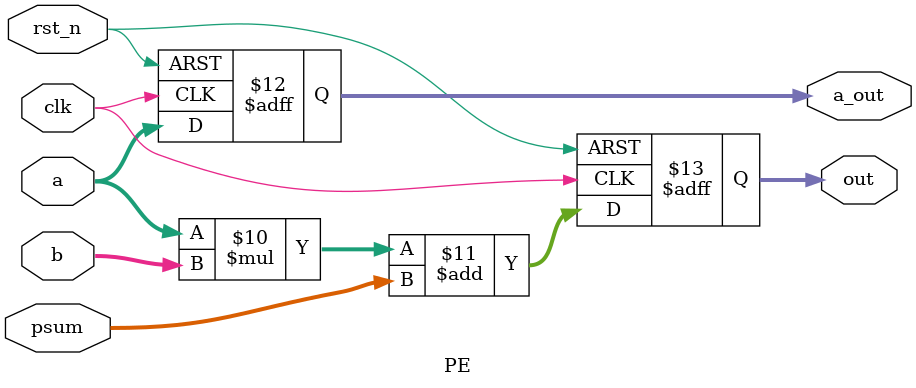
<source format=v>
module MMSA(
// input signals
    clk,
    rst_n,
    in_valid,
	in_valid2,
    matrix,
	matrix_size,
    i_mat_idx,
    w_mat_idx,
	
// output signals
    out_valid,
    out_value
);
//---------------------------------------------------------------------
//   INPUT AND OUTPUT DECLARATION
//---------------------------------------------------------------------
input        clk, rst_n, in_valid, in_valid2;
input 		 matrix;
input [1:0]  matrix_size;
input 		 i_mat_idx, w_mat_idx;

output reg   out_valid;//
output reg	 out_value;//
//---------------------------------------------------------------------
//   PARAMETER
//---------------------------------------------------------------------
reg  [2:0]  current_state, next_state;
parameter IDLE     = 3'd0 ;
parameter INPUT_M  = 3'd1 ;
parameter WAIT_IN2 = 3'd2 ;
parameter INPUT_I  = 3'd3 ;
parameter CAL      = 3'd4 ;
parameter STORE    = 3'd5 ;
parameter SHIFT    = 3'd6 ;
parameter OUTPUT   = 3'd7 ;
//---------------------------------------------------------------------
//   WIRE AND REG DECLARATION
//---------------------------------------------------------------------
reg [2:0] matrix_size_reg; 
reg [3:0] counter_column, counter_row, matrix_num;

reg [5:0] bit_counter;

reg [127:0] temp_a; // collect 1 row
reg [15:0]  temp_b; // collect 16 bit

reg [6:0] addr_control_i, addr_control_w;

reg [3:0] i_idx, w_idx;

reg  [15:0] ip_data [0:7][0:7];
reg  [15:0] w_data  [0:7][0:7];
wire [15:0] a_temp  [0:7][0:7];
wire [39:0] y_out   [0:7][0:7];

reg [39:0] bit_check;
// flow: 
// 1. summation of out_temp store in sum_buffer
// 2. check the sum_buffer length
// 3. shift the buffer than store in out_buffer
reg signed [39:0] out_temp[0:7] ;
reg  signed [39:0] sum_buffer;
reg  [599:0] out_buffer;
reg  [5:0]  out_length[0:14];

genvar i, j;
integer k;
//---------------------------------------------------------------------
//   SRAM CONTROL
//---------------------------------------------------------------------
reg  MEM_switch;      
reg MEM_wen_1, MEM_wen_3;
reg  [7:0] MEM_addr_1, MEM_addr_3;
reg  [127:0] MEM_in_1, MEM_in_3;
wire [127:0] MEM_out_1, MEM_out_3;

// store input matrix
RA1SH_128_128 SRAM_1(.Q(MEM_out_1), .CLK(clk), .CEN(1'b0), .WEN(MEM_wen_1), .A(MEM_addr_1), .D(MEM_in_1), .OEN(1'b0) );
// store weight matrix
RA1SH_128_128 SRAM_3(.Q(MEM_out_3), .CLK(clk), .CEN(1'b0), .WEN(MEM_wen_3), .A(MEM_addr_3), .D(MEM_in_3), .OEN(1'b0) );

// SRAM 1
always @(*) begin
    if(matrix_size_reg == 1) begin
        MEM_in_1 = {96'b0 , temp_a[127:96]} ;
    end 
    else if(matrix_size_reg == 3) begin
        MEM_in_1 = {64'b0 , temp_a[127:64]} ;
    end
    else begin
        MEM_in_1 = temp_a ;
    end
end

always @(posedge clk or negedge rst_n) begin
    if(!rst_n) 
        MEM_wen_1 <= 1;
    else if(current_state == INPUT_M && !MEM_switch)begin
        if(counter_column == matrix_size_reg && bit_counter == 15)
            MEM_wen_1 <= 0;
        else 
            MEM_wen_1 <= 1;
    end
    else 
        MEM_wen_1 <= 1;
end

always @(*) begin
    MEM_addr_1 = addr_control_i;
end

// SRAM 3
always @(*) begin
    if(matrix_size_reg == 1) begin
        MEM_in_3 = {96'b0 , temp_a[127:96]} ;
    end 
    else if(matrix_size_reg == 3) begin
        MEM_in_3 = {64'b0 , temp_a[127:64]} ;
    end
    else begin
        MEM_in_3 = temp_a ;
    end
end

always @(posedge clk or negedge rst_n) begin
    if(!rst_n) 
        MEM_wen_3 <= 1;
    else if(current_state == INPUT_M && MEM_switch)begin
        if(counter_column == matrix_size_reg && bit_counter == 15)
            MEM_wen_3 <= 0;
        else 
            MEM_wen_3 <= 1;
    end
    else 
        MEM_wen_3 <= 1;
end

always @(*) begin
    MEM_addr_3 = addr_control_w;
end

// MEM_switch
always @(posedge clk or negedge rst_n) begin
    if(!rst_n)
        MEM_switch <= 0;
    else if(current_state == INPUT_M)begin
        if(counter_row == 0 && counter_column == 0 && matrix_num == 0 && !MEM_wen_1)
            MEM_switch <= 1;
        else
            MEM_switch <= MEM_switch;
    end
    else if(next_state == IDLE)begin
        MEM_switch <= 0;
    end
end
//---------------------------------------------------------------------
//   PE CONTROL
//---------------------------------------------------------------------
generate
    // construct systolic array with 256 pe
    for(i=0; i<8; i=i+1)begin
        for(j=0; j<8; j=j+1)begin
            // first row and first column pe : x data from input,and psum is 0
            if(i == 0 && j== 0)begin
                PE pe1(.clk(clk), .rst_n(rst_n), .a(ip_data[i][0]), .b(w_data[i][j]), .psum(40'b0), .a_out(a_temp[i][j]), .out(y_out[i][j]));
            end
            // first row and first column pe : x data from left pe's a_out,and psum is 0
            else if(i == 0)begin
                PE pe2(.clk(clk), .rst_n(rst_n), .a(a_temp[i][j-1]), .b(w_data[i][j]), .psum(40'b0), .a_out(a_temp[i][j]), .out(y_out[i][j]));
            end 
            // first row and first column pe : x data from input,and psum is upper row pe's y_out
            else if(j == 0)begin
                PE pe2(.clk(clk), .rst_n(rst_n), .a(ip_data[i][0]), .b(w_data[i][j]), .psum(y_out[i-1][j]), .a_out(a_temp[i][j]), .out(y_out[i][j]));
            end
            // first row and first column pe : x data from left pe's a_out, and psum is upper row pe's y_out
            else begin
                PE pe3(.clk(clk), .rst_n(rst_n), .a(a_temp[i][j-1]), .b(w_data[i][j]), .psum(y_out[i-1][j]), .a_out(a_temp[i][j]), .out(y_out[i][j]));
            end           
        end
    end
endgenerate

// ip_data will make some delay when input it to PE(first column: no delay; second column: 1 delay; third column: 2 delay...)
// diagonal position : load data from sram to ip_data buffer
always @(posedge clk or negedge rst_n) begin
    if(!rst_n)begin
        for(k=0; k<8; k=k+1)begin
            ip_data[k][k] <= 0;
        end
    end
    else if(current_state == CAL && counter_column <= matrix_size_reg)begin
        ip_data[ 0][ 0] <= MEM_out_1[ 15:  0];
        ip_data[ 1][ 1] <= MEM_out_1[ 31: 16]; 
        ip_data[ 2][ 2] <= MEM_out_1[ 47: 32];
        ip_data[ 3][ 3] <= MEM_out_1[ 63: 48]; 
        ip_data[ 4][ 4] <= MEM_out_1[ 79: 64]; 
        ip_data[ 5][ 5] <= MEM_out_1[ 95: 80]; 
        ip_data[ 6][ 6] <= MEM_out_1[111: 96]; 
        ip_data[ 7][ 7] <= MEM_out_1[127:112]; 
    end 
    else begin
        for(k=0; k<8; k=k+1)begin
            ip_data[k][k] <= 0;
        end
    end
end

// other position : only do shift
generate
    for(i=1; i<8; i=i+1)begin
        for(j=i-1; j>=0; j=j-1)begin
            always @(posedge clk or negedge rst_n) begin
                if(!rst_n)begin
                    ip_data[i][j] <= 0;
                end
                else begin
                    ip_data[i][j] <= ip_data[i][j+1];
                end
            end     
        end
    end
endgenerate

// give weight
generate
    for(i=0; i<8; i=i+1)begin
        always @(posedge clk or negedge rst_n) begin
            if(!rst_n)begin
                for(k=0; k<8; k=k+1)begin
                    w_data[i][k] <= 0;
                end
            end
            else if(current_state == CAL && counter_column <= matrix_size_reg)begin
                if(i == counter_column)begin
                    w_data[i][ 0] <= MEM_out_3[ 15:  0];
                    w_data[i][ 1] <= MEM_out_3[ 31: 16];
                    w_data[i][ 2] <= MEM_out_3[ 47: 32];
                    w_data[i][ 3] <= MEM_out_3[ 63: 48];
                    w_data[i][ 4] <= MEM_out_3[ 79: 64];
                    w_data[i][ 5] <= MEM_out_3[ 95: 80];
                    w_data[i][ 6] <= MEM_out_3[111: 96];
                    w_data[i][ 7] <= MEM_out_3[127:112];
                end
            end
        end     
    end
endgenerate

// choose which y_out to output
always @(*) begin
    if(matrix_size_reg == 1)begin
        for(k=0; k<8; k=k+1)begin
            out_temp[k] = y_out[1][k];
        end
    end
    else if(matrix_size_reg == 3)begin
        for(k=0; k<8; k=k+1)begin
            out_temp[k] = y_out[3][k];
        end
    end
    else begin
        for(k=0; k<8; k=k+1)begin
            out_temp[k] = y_out[7][k];
        end
    end
end

always @(posedge clk or negedge rst_n) begin
    if(!rst_n)begin
        sum_buffer <= 0;
    end
    else if(current_state == STORE) begin
        sum_buffer <= out_temp[ 0] + out_temp[ 1] + out_temp[ 2] + out_temp[ 3] +
                      out_temp[ 4] + out_temp[ 5] + out_temp[ 6] + out_temp[ 7] ;
    end
end

always @(*) begin
    sum_buffer = out_temp[ 0] + out_temp[ 1] + out_temp[ 2] + out_temp[ 3] +
                 out_temp[ 4] + out_temp[ 5] + out_temp[ 6] + out_temp[ 7] ;
end

always @(*) begin
    for(k=39; k>=0; k=k-1)begin
        if(k==39)begin
            bit_check[k] = sum_buffer[k];
        end
        else begin
            bit_check[k] = bit_check[k+1] || sum_buffer[k];
        end
    end
end


generate   
    // out_buffer
    always @(posedge clk or negedge rst_n) begin
        if(!rst_n)begin
            out_buffer <= 0;
        end
        else if(current_state == STORE) begin
            case (bit_check)
                40'b1111_1111_1111_1111_1111_1111_1111_1111_1111_1111: out_buffer <= {sum_buffer[39:0], out_buffer[599:40]}; 
                40'b0111_1111_1111_1111_1111_1111_1111_1111_1111_1111: out_buffer <= {sum_buffer[38:0], out_buffer[599:39]}; 
                40'b0011_1111_1111_1111_1111_1111_1111_1111_1111_1111: out_buffer <= {sum_buffer[37:0], out_buffer[599:38]}; 
                40'b0001_1111_1111_1111_1111_1111_1111_1111_1111_1111: out_buffer <= {sum_buffer[36:0], out_buffer[599:37]}; 
                40'b0000_1111_1111_1111_1111_1111_1111_1111_1111_1111: out_buffer <= {sum_buffer[35:0], out_buffer[599:36]}; 
                40'b0000_0111_1111_1111_1111_1111_1111_1111_1111_1111: out_buffer <= {sum_buffer[34:0], out_buffer[599:35]}; 
                40'b0000_0011_1111_1111_1111_1111_1111_1111_1111_1111: out_buffer <= {sum_buffer[33:0], out_buffer[599:34]}; 
                40'b0000_0001_1111_1111_1111_1111_1111_1111_1111_1111: out_buffer <= {sum_buffer[32:0], out_buffer[599:33]}; 
                40'b0000_0000_1111_1111_1111_1111_1111_1111_1111_1111: out_buffer <= {sum_buffer[31:0], out_buffer[599:32]}; 
                40'b0000_0000_0111_1111_1111_1111_1111_1111_1111_1111: out_buffer <= {sum_buffer[30:0], out_buffer[599:31]}; 
                40'b0000_0000_0011_1111_1111_1111_1111_1111_1111_1111: out_buffer <= {sum_buffer[29:0], out_buffer[599:30]}; 
                40'b0000_0000_0001_1111_1111_1111_1111_1111_1111_1111: out_buffer <= {sum_buffer[28:0], out_buffer[599:29]}; 
                40'b0000_0000_0000_1111_1111_1111_1111_1111_1111_1111: out_buffer <= {sum_buffer[27:0], out_buffer[599:28]}; 
                40'b0000_0000_0000_0111_1111_1111_1111_1111_1111_1111: out_buffer <= {sum_buffer[26:0], out_buffer[599:27]}; 
                40'b0000_0000_0000_0011_1111_1111_1111_1111_1111_1111: out_buffer <= {sum_buffer[25:0], out_buffer[599:26]}; 
                40'b0000_0000_0000_0001_1111_1111_1111_1111_1111_1111: out_buffer <= {sum_buffer[24:0], out_buffer[599:25]}; 
                40'b0000_0000_0000_0000_1111_1111_1111_1111_1111_1111: out_buffer <= {sum_buffer[23:0], out_buffer[599:24]}; 
                40'b0000_0000_0000_0000_0111_1111_1111_1111_1111_1111: out_buffer <= {sum_buffer[22:0], out_buffer[599:23]}; 
                40'b0000_0000_0000_0000_0011_1111_1111_1111_1111_1111: out_buffer <= {sum_buffer[21:0], out_buffer[599:22]}; 
                40'b0000_0000_0000_0000_0001_1111_1111_1111_1111_1111: out_buffer <= {sum_buffer[20:0], out_buffer[599:21]}; 
                40'b0000_0000_0000_0000_0000_1111_1111_1111_1111_1111: out_buffer <= {sum_buffer[19:0], out_buffer[599:20]}; 
                40'b0000_0000_0000_0000_0000_0111_1111_1111_1111_1111: out_buffer <= {sum_buffer[18:0], out_buffer[599:19]}; 
                40'b0000_0000_0000_0000_0000_0011_1111_1111_1111_1111: out_buffer <= {sum_buffer[17:0], out_buffer[599:18]}; 
                40'b0000_0000_0000_0000_0000_0001_1111_1111_1111_1111: out_buffer <= {sum_buffer[16:0], out_buffer[599:17]}; 
                40'b0000_0000_0000_0000_0000_0000_1111_1111_1111_1111: out_buffer <= {sum_buffer[15:0], out_buffer[599:16]}; 
                40'b0000_0000_0000_0000_0000_0000_0111_1111_1111_1111: out_buffer <= {sum_buffer[14:0], out_buffer[599:15]}; 
                40'b0000_0000_0000_0000_0000_0000_0011_1111_1111_1111: out_buffer <= {sum_buffer[13:0], out_buffer[599:14]}; 
                40'b0000_0000_0000_0000_0000_0000_0001_1111_1111_1111: out_buffer <= {sum_buffer[12:0], out_buffer[599:13]}; 
                40'b0000_0000_0000_0000_0000_0000_0000_1111_1111_1111: out_buffer <= {sum_buffer[11:0], out_buffer[599:12]}; 
                40'b0000_0000_0000_0000_0000_0000_0000_0111_1111_1111: out_buffer <= {sum_buffer[10:0], out_buffer[599:11]}; 
                40'b0000_0000_0000_0000_0000_0000_0000_0011_1111_1111: out_buffer <= {sum_buffer[ 9:0], out_buffer[599:10]}; 
                40'b0000_0000_0000_0000_0000_0000_0000_0001_1111_1111: out_buffer <= {sum_buffer[ 8:0], out_buffer[599: 9]}; 
                40'b0000_0000_0000_0000_0000_0000_0000_0000_1111_1111: out_buffer <= {sum_buffer[ 7:0], out_buffer[599: 8]}; 
                40'b0000_0000_0000_0000_0000_0000_0000_0000_0111_1111: out_buffer <= {sum_buffer[ 6:0], out_buffer[599: 7]}; 
                40'b0000_0000_0000_0000_0000_0000_0000_0000_0011_1111: out_buffer <= {sum_buffer[ 5:0], out_buffer[599: 6]}; 
                40'b0000_0000_0000_0000_0000_0000_0000_0000_0001_1111: out_buffer <= {sum_buffer[ 4:0], out_buffer[599: 5]}; 
                40'b0000_0000_0000_0000_0000_0000_0000_0000_0000_1111: out_buffer <= {sum_buffer[ 3:0], out_buffer[599: 4]}; 
                40'b0000_0000_0000_0000_0000_0000_0000_0000_0000_0111: out_buffer <= {sum_buffer[ 2:0], out_buffer[599: 3]}; 
                40'b0000_0000_0000_0000_0000_0000_0000_0000_0000_0011: out_buffer <= {sum_buffer[ 1:0], out_buffer[599: 2]}; 
                default                                              : out_buffer <= {sum_buffer[   0], out_buffer[599: 1]};  
            endcase
        end
        else if(current_state == OUTPUT)begin
            if(bit_counter > 5)begin
                if (out_length[0] > 0)begin
                    out_buffer <= out_buffer << 1;
                end
            end  
        end
    end

    // store the answer first then do shift to find the length of number
    // position 0
    always @(posedge clk or negedge rst_n) begin
        if(!rst_n)begin
            out_length[0] <= 0;
        end
        else if(current_state == STORE) begin
            case (bit_check)
                40'b1111_1111_1111_1111_1111_1111_1111_1111_1111_1111: out_length[0] <= 6'd40; 
                40'b0111_1111_1111_1111_1111_1111_1111_1111_1111_1111: out_length[0] <= 6'd39; 
                40'b0011_1111_1111_1111_1111_1111_1111_1111_1111_1111: out_length[0] <= 6'd38; 
                40'b0001_1111_1111_1111_1111_1111_1111_1111_1111_1111: out_length[0] <= 6'd37; 
                40'b0000_1111_1111_1111_1111_1111_1111_1111_1111_1111: out_length[0] <= 6'd36; 
                40'b0000_0111_1111_1111_1111_1111_1111_1111_1111_1111: out_length[0] <= 6'd35; 
                40'b0000_0011_1111_1111_1111_1111_1111_1111_1111_1111: out_length[0] <= 6'd34; 
                40'b0000_0001_1111_1111_1111_1111_1111_1111_1111_1111: out_length[0] <= 6'd33; 
                40'b0000_0000_1111_1111_1111_1111_1111_1111_1111_1111: out_length[0] <= 6'd32; 
                40'b0000_0000_0111_1111_1111_1111_1111_1111_1111_1111: out_length[0] <= 6'd31; 
                40'b0000_0000_0011_1111_1111_1111_1111_1111_1111_1111: out_length[0] <= 6'd30; 
                40'b0000_0000_0001_1111_1111_1111_1111_1111_1111_1111: out_length[0] <= 6'd29; 
                40'b0000_0000_0000_1111_1111_1111_1111_1111_1111_1111: out_length[0] <= 6'd28; 
                40'b0000_0000_0000_0111_1111_1111_1111_1111_1111_1111: out_length[0] <= 6'd27; 
                40'b0000_0000_0000_0011_1111_1111_1111_1111_1111_1111: out_length[0] <= 6'd26; 
                40'b0000_0000_0000_0001_1111_1111_1111_1111_1111_1111: out_length[0] <= 6'd25; 
                40'b0000_0000_0000_0000_1111_1111_1111_1111_1111_1111: out_length[0] <= 6'd24; 
                40'b0000_0000_0000_0000_0111_1111_1111_1111_1111_1111: out_length[0] <= 6'd23; 
                40'b0000_0000_0000_0000_0011_1111_1111_1111_1111_1111: out_length[0] <= 6'd22; 
                40'b0000_0000_0000_0000_0001_1111_1111_1111_1111_1111: out_length[0] <= 6'd21; 
                40'b0000_0000_0000_0000_0000_1111_1111_1111_1111_1111: out_length[0] <= 6'd20; 
                40'b0000_0000_0000_0000_0000_0111_1111_1111_1111_1111: out_length[0] <= 6'd19; 
                40'b0000_0000_0000_0000_0000_0011_1111_1111_1111_1111: out_length[0] <= 6'd18; 
                40'b0000_0000_0000_0000_0000_0001_1111_1111_1111_1111: out_length[0] <= 6'd17; 
                40'b0000_0000_0000_0000_0000_0000_1111_1111_1111_1111: out_length[0] <= 6'd16; 
                40'b0000_0000_0000_0000_0000_0000_0111_1111_1111_1111: out_length[0] <= 6'd15; 
                40'b0000_0000_0000_0000_0000_0000_0011_1111_1111_1111: out_length[0] <= 6'd14; 
                40'b0000_0000_0000_0000_0000_0000_0001_1111_1111_1111: out_length[0] <= 6'd13; 
                40'b0000_0000_0000_0000_0000_0000_0000_1111_1111_1111: out_length[0] <= 6'd12; 
                40'b0000_0000_0000_0000_0000_0000_0000_0111_1111_1111: out_length[0] <= 6'd11; 
                40'b0000_0000_0000_0000_0000_0000_0000_0011_1111_1111: out_length[0] <= 6'd10; 
                40'b0000_0000_0000_0000_0000_0000_0000_0001_1111_1111: out_length[0] <= 6'd9; 
                40'b0000_0000_0000_0000_0000_0000_0000_0000_1111_1111: out_length[0] <= 6'd8; 
                40'b0000_0000_0000_0000_0000_0000_0000_0000_0111_1111: out_length[0] <= 6'd7; 
                40'b0000_0000_0000_0000_0000_0000_0000_0000_0011_1111: out_length[0] <= 6'd6; 
                40'b0000_0000_0000_0000_0000_0000_0000_0000_0001_1111: out_length[0] <= 6'd5; 
                40'b0000_0000_0000_0000_0000_0000_0000_0000_0000_1111: out_length[0] <= 6'd4; 
                40'b0000_0000_0000_0000_0000_0000_0000_0000_0000_0111: out_length[0] <= 6'd3; 
                40'b0000_0000_0000_0000_0000_0000_0000_0000_0000_0011: out_length[0] <= 6'd2; 
                default                                              : out_length[0] <= 6'd1; 
            endcase  
        end
        else if(current_state == OUTPUT)begin
            if(bit_counter > 5)begin
                if (out_length[0] == 1)begin
                    out_length[0] <= out_length[1];
                end
                else begin
                    out_length[0] <= out_length[0] - 1;
                end
            end  
        end
    end
    // position 1 ~ 13
    for(i=1; i<14; i=i+1)begin
        always @(posedge clk or negedge rst_n) begin
            if(!rst_n)begin
                out_length[i] <= 0;
            end
            else if(current_state == STORE) begin
                out_length[i] <= out_length[i-1];
            end
            else if(current_state == OUTPUT) begin
                if (bit_counter > 5 && out_length[0] == 1)begin
                    out_length[i] <= out_length[i+1];
                end
            end
        end
    end
    // position 14
    always @(posedge clk or negedge rst_n) begin
        if(!rst_n)begin
            out_length[14] <= 0;
        end
        else if(current_state == STORE) begin
            out_length[14] <= out_length[13];
        end
        else if(current_state == OUTPUT) begin
            if (bit_counter > 5 && out_length[0] == 1)begin
                out_length[14] <= 0;
            end
        end
    end
endgenerate
//---------------------------------------------------------------------
//   DESIGN
//---------------------------------------------------------------------
// control input matrix SRAM addr
always @(posedge clk or negedge rst_n) begin
    if(!rst_n) 
        addr_control_i <= 0;
    else if(!MEM_wen_1)begin
        addr_control_i <= addr_control_i + 1;
    end
    else if(next_state == INPUT_I)begin
        addr_control_i <= {i_idx[2:0], i_mat_idx}*(matrix_size_reg+1);
    end
    else if(next_state == CAL)begin
        addr_control_i <= addr_control_i + 1;
    end
    else if(next_state == IDLE)begin
        addr_control_i <= 0;
    end
end

// control weight matrix SRAM addr
always @(posedge clk or negedge rst_n) begin
    if(!rst_n) 
        addr_control_w <= 0;
    else if(!MEM_wen_3)begin
        addr_control_w <= addr_control_w + 1;
    end
    else if(next_state == INPUT_I)begin
        addr_control_w <= {w_idx[2:0], w_mat_idx}*(matrix_size_reg+1);
    end
    else if(next_state == CAL)begin
        addr_control_w <= addr_control_w + 1;
    end
    else if(next_state == IDLE)begin
        addr_control_w <= 0;
    end
end

// count SISO bit
always @(posedge clk or negedge rst_n) begin
    if(!rst_n) bit_counter <= 0;
    else if(current_state == INPUT_M)begin
        bit_counter <= (bit_counter == 15)? 0: bit_counter + 1;
    end
    else if(current_state == OUTPUT)begin
        if(bit_counter < 6)begin
            bit_counter <= bit_counter + 1;
        end
        else if(out_length[0] == 1)begin
            bit_counter <= 0;
        end
    end
end

// collect 16 bit
always @(posedge clk or negedge rst_n) begin
    if(!rst_n) temp_b <= 0;
    else if(next_state == INPUT_M) begin
        temp_b <= { temp_b[14:0], matrix};
    end
end

// collect 1 row
always @(posedge clk or negedge rst_n) begin
    if(!rst_n) temp_a <= 0;
    else if(current_state == INPUT_M && bit_counter == 15) begin
        temp_a <= { temp_b, temp_a[127:16]};
    end
end

// collect idx
always @(posedge clk or negedge rst_n) begin
    if(!rst_n) i_idx <= 0;
    else if(next_state == INPUT_I) begin
        i_idx <= { i_idx[2:0], i_mat_idx};
    end
end
always @(posedge clk or negedge rst_n) begin
    if(!rst_n) w_idx <= 0;
    else if(next_state == INPUT_I) begin
        w_idx <= { w_idx[2:0], w_mat_idx};
    end
end

// save matrix size
always @(posedge clk or negedge rst_n) begin
    if(!rst_n)
        matrix_size_reg <= 1;
    else if(next_state == INPUT_M && current_state == IDLE)begin
        if(matrix_size == 0)      // 2*2
            matrix_size_reg <= 1;
        else if(matrix_size == 1) // 4*4
            matrix_size_reg <= 3;
        else                      // 8*8 
            matrix_size_reg <= 7;
    end
end

// 3 counter to count 16 matrices elements : column, row, matrix number
always @(posedge clk or negedge rst_n) begin
    if(!rst_n) 
        counter_column <= 0;
    else if(current_state == INPUT_M)begin
        if(bit_counter == 15)begin
            counter_column <= (counter_column == matrix_size_reg)? 0: counter_column + 1;
        end
        else
            counter_column <= counter_column;
    end
    // used to cal operation (2 4 or 8)
    else if(current_state == CAL)begin
        counter_column <= (counter_column == matrix_size_reg + 1)? 0: counter_column + 1;
    end
    // used to output operation (3 7 or 15)
    else if(current_state == STORE)begin
        counter_column <= counter_column + 1;
    end
    else if(current_state == OUTPUT)begin
        if(bit_counter > 5 && out_length[0] == 1)
            counter_column <= counter_column - 1;
    end
    else counter_column <= 0;
end

always @(posedge clk or negedge rst_n) begin
    if(!rst_n) 
        counter_row <= 0;
    else if(current_state == INPUT_M)begin
        if(counter_column == matrix_size_reg && bit_counter == 15)begin
            if(counter_row == matrix_size_reg)
                counter_row <= 0;
            else 
                counter_row <= counter_row + 1;
        end
        else begin
            counter_row <= counter_row;
        end
    end
    else counter_row <= 0;
end

always @(posedge clk or negedge rst_n) begin
    if(!rst_n) 
        matrix_num <= 0;
    else if(next_state == INPUT_M)begin
        matrix_num <= (counter_row == matrix_size_reg && counter_column == matrix_size_reg && bit_counter == 15)? matrix_num + 1: matrix_num;
    end
    // count if the last matrices multiplication or not
    else if(next_state == INPUT_I && current_state == WAIT_IN2)begin
        matrix_num <= matrix_num + 1;
    end 
    else if(next_state == IDLE)begin
        matrix_num <= 0;
    end
end
//---------------------------------------------------------------------
//   FSM BLOCK
//---------------------------------------------------------------------
//  Current State Block
always@(posedge clk or negedge rst_n)begin
    if(!rst_n)begin
        current_state <= IDLE;
    end
    else begin
        current_state <= next_state;
    end
end

//  Next State Block
always@(*)begin
    if(!rst_n)
        next_state = IDLE ;
    else begin
        case(current_state)
        IDLE:
            next_state = (!in_valid)? IDLE : INPUT_M ;
        INPUT_M:
            next_state = (!in_valid) ? WAIT_IN2 : INPUT_M ;
        WAIT_IN2:
            next_state = (!in_valid2)? WAIT_IN2 : INPUT_I;
        INPUT_I:
            next_state = (!in_valid2)? CAL : INPUT_I;
        CAL:
            next_state = (counter_column == matrix_size_reg + 1)? STORE: CAL;
        STORE:begin
            if(matrix_size_reg == 1 && counter_column == 2)begin
                next_state = OUTPUT;
            end
            else if(matrix_size_reg == 3 && counter_column == 6)begin
                next_state = OUTPUT;
            end
            else if(matrix_size_reg == 7 && counter_column == 14)begin
                next_state = OUTPUT;
            end
            else begin
                next_state = STORE;
            end
        end
        // SHIFT:begin
        //     if(matrix_size_reg == 1 && msb_check_2) next_state = OUTPUT;
        //     else if(matrix_size_reg == 3 && msb_check_4) next_state = OUTPUT;
        //     else if(matrix_size_reg == 7 && msb_check_8) next_state = OUTPUT;
        //     else if(out_length[0] == 1) next_state = OUTPUT;
        //     else next_state = SHIFT;
        // end
        OUTPUT:begin
            if(counter_column == 1 && bit_counter > 5 && out_length[0] == 1)begin
                if(matrix_num == 15)
                    next_state = IDLE;
                else
                    next_state = WAIT_IN2;
            end
            else begin
                next_state = OUTPUT;
            end
        end
        default :
            next_state = IDLE ;
        endcase
    end
end
//---------------------------------------------------------------------
//   OUTPUT BLOCK
//---------------------------------------------------------------------

always @(posedge clk or negedge rst_n) begin
    if (!rst_n) out_valid <= 'd0;
    else if(current_state == OUTPUT) out_valid <= 'd1;
	else out_valid <= 'd0; 
end

always @(posedge clk or negedge rst_n) begin
	if (!rst_n) out_value <= 'd0;
    // summation along antidiagonal direction will always equal to the summation of out_temp 0 ~ 15
    else if(current_state == OUTPUT)begin
        case (bit_counter)
            0: out_value <= out_length[0][5];
            1: out_value <= out_length[0][4];
            2: out_value <= out_length[0][3];
            3: out_value <= out_length[0][2];
            4: out_value <= out_length[0][1];
            5: out_value <= out_length[0][0];
            default: out_value <= out_buffer[599]; 
        endcase
    end 
	else out_value <= 'd0;
end
endmodule

module PE (
    input             clk,
    input             rst_n,
    input signed      [15:0] a,
    input signed      [15:0] b,
    input signed      [39:0] psum,
    output reg signed [15:0] a_out,
    output reg signed [39:0] out
);

always @(posedge clk or negedge rst_n) begin
    if(!rst_n)begin
        out <= 40'b0;
        a_out <= 16'b0;
    end 
    else begin 
        out <= (a * b) + psum;
        a_out <= a;
    end
end

endmodule


</source>
